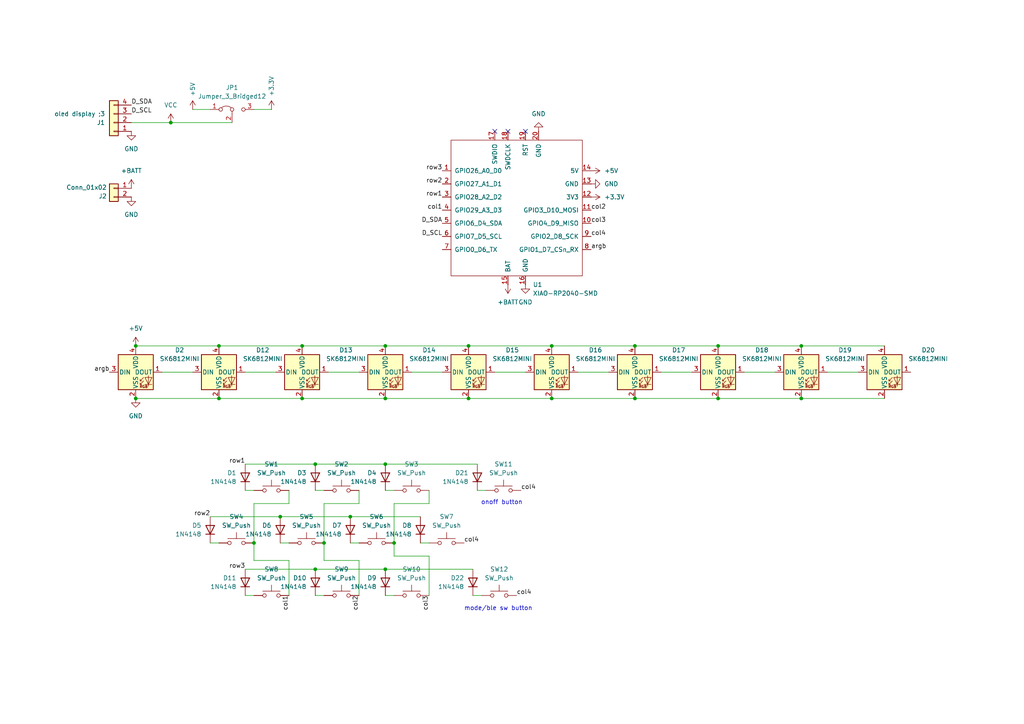
<source format=kicad_sch>
(kicad_sch (version 20250114) (generator "eeschema") (generator_version "9.0")
  (paper "A4")
  (lib_symbols
    (symbol "Connector_Generic:Conn_01x02" (pin_names (offset 1.016) (hide yes))
      (property "Reference" "J" (at 0 2.54 0))
      (property "Value" "Conn_01x02" (at 0 -5.08 0))
      (symbol "Conn_01x02_1_1"
        (rectangle (start -1.27 1.27) (end 1.27 -3.81) (stroke (width 0.254)) (fill (type background)))
        (rectangle (start -1.27 0.127) (end 0 -0.127) (stroke (width 0.1524)))
        (rectangle (start -1.27 -2.413) (end 0 -2.667) (stroke (width 0.1524)))
        (pin passive line (at -5.08 0 0) (length 3.81) (name "Pin_1") (number "1"))
        (pin passive line (at -5.08 -2.54 0) (length 3.81) (name "Pin_2") (number "2"))
      )
    )
    (symbol "Connector_Generic:Conn_01x04" (pin_names (offset 1.016) (hide yes))
      (property "Reference" "J" (at 0 5.08 0))
      (property "Value" "Conn_01x04" (at 0 -7.62 0))
      (symbol "Conn_01x04_1_1"
        (rectangle (start -1.27 3.81) (end 1.27 -6.35) (stroke (width 0.254)) (fill (type background)))
        (rectangle (start -1.27 2.667) (end 0 2.413) (stroke (width 0.1524)))
        (rectangle (start -1.27 0.127) (end 0 -0.127) (stroke (width 0.1524)))
        (rectangle (start -1.27 -2.413) (end 0 -2.667) (stroke (width 0.1524)))
        (rectangle (start -1.27 -4.953) (end 0 -5.207) (stroke (width 0.1524)))
        (pin passive line (at -5.08 2.54 0) (length 3.81) (name "Pin_1") (number "1"))
        (pin passive line (at -5.08 0 0) (length 3.81) (name "Pin_2") (number "2"))
        (pin passive line (at -5.08 -2.54 0) (length 3.81) (name "Pin_3") (number "3"))
        (pin passive line (at -5.08 -5.08 0) (length 3.81) (name "Pin_4") (number "4"))
      )
    )
    (symbol "Diode:1N4148" (pin_numbers (hide yes)) (pin_names (hide yes))
      (property "Reference" "D" (at 0 2.54 0))
      (property "Value" "1N4148" (at 0 -2.54 0))
      (symbol "1N4148_0_1"
        (polyline (pts (xy -1.27 1.27) (xy -1.27 -1.27)) (stroke (width 0.254)))
        (polyline (pts (xy 1.27 1.27) (xy 1.27 -1.27) (xy -1.27 0) (xy 1.27 1.27)) (stroke (width 0.254)))
        (polyline (pts (xy 1.27 0) (xy -1.27 0)))
      )
      (symbol "1N4148_1_1"
        (pin passive line (at -3.81 0 0) (length 2.54) (name "K") (number "1"))
        (pin passive line (at 3.81 0 180) (length 2.54) (name "A") (number "2"))
      )
    )
    (symbol "Jumper:Jumper_3_Bridged12" (pin_names (offset 0) (hide yes)) (in_bom no)
      (property "Reference" "JP" (at -2.54 -2.54 0))
      (property "Value" "Jumper_3_Bridged12" (at 0 2.794 0))
      (symbol "Jumper_3_Bridged12_0_0"
        (circle (center -3.302 0) (radius 0.508))
        (circle (center 0 0) (radius 0.508))
        (circle (center 3.302 0) (radius 0.508))
      )
      (symbol "Jumper_3_Bridged12_0_1"
        (arc (start -3.048 0.508) (mid -1.651 0.9912) (end -0.254 0.508))
        (polyline (pts (xy 0 -1.27) (xy 0 -0.508)))
      )
      (symbol "Jumper_3_Bridged12_1_1"
        (pin passive line (at -6.35 0 0) (length 2.54) (name "A") (number "1"))
        (pin passive line (at 0 -3.81 90) (length 2.54) (name "C") (number "2"))
        (pin passive line (at 6.35 0 180) (length 2.54) (name "B") (number "3"))
      )
    )
    (symbol "LED:SK6812MINI" (pin_names (offset 0.254))
      (property "Reference" "D" (at 5.08 5.715 0))
      (property "Value" "SK6812MINI" (at 1.27 -5.715 0))
      (symbol "SK6812MINI_0_0"
        (text "RGB" (at 2.286 -4.191 0) (effects (font (size 0.762 0.762))))
      )
      (symbol "SK6812MINI_0_1"
        (polyline (pts (xy 1.27 -2.54) (xy 1.778 -2.54)))
        (polyline (pts (xy 1.27 -3.556) (xy 1.778 -3.556)))
        (polyline (pts (xy 2.286 -1.524) (xy 1.27 -2.54) (xy 1.27 -2.032)))
        (polyline (pts (xy 2.286 -2.54) (xy 1.27 -3.556) (xy 1.27 -3.048)))
        (polyline (pts (xy 3.683 -1.016) (xy 3.683 -3.556) (xy 3.683 -4.064)))
        (polyline (pts (xy 4.699 -1.524) (xy 2.667 -1.524) (xy 3.683 -3.556) (xy 4.699 -1.524)))
        (polyline (pts (xy 4.699 -3.556) (xy 2.667 -3.556)))
        (rectangle (start 5.08 5.08) (end -5.08 -5.08) (stroke (width 0.254)) (fill (type background)))
      )
      (symbol "SK6812MINI_1_1"
        (pin input line (at -7.62 0 0) (length 2.54) (name "DIN") (number "3"))
        (pin power_in line (at 0 7.62 270) (length 2.54) (name "VDD") (number "4"))
        (pin power_in line (at 0 -7.62 90) (length 2.54) (name "VSS") (number "2"))
        (pin output line (at 7.62 0 180) (length 2.54) (name "DOUT") (number "1"))
      )
    )
    (symbol "Seeed_Studio_XIAO_Series:XIAO-RP2040-SMD" (pin_names (offset 1.016))
      (property "Reference" "U" (at -18.542 23.114 0))
      (property "Value" "XIAO-RP2040-SMD" (at -8.382 21.336 0))
      (symbol "XIAO-RP2040-SMD_0_1"
        (rectangle (start 19.05 -19.05) (end -19.05 20.32))
      )
      (symbol "XIAO-RP2040-SMD_1_1"
        (pin passive line (at -21.59 11.43 0) (length 2.54) (name "GPIO26_A0_D0") (number "1"))
        (pin passive line (at -21.59 7.62 0) (length 2.54) (name "GPIO27_A1_D1") (number "2"))
        (pin passive line (at -21.59 3.81 0) (length 2.54) (name "GPIO28_A2_D2") (number "3"))
        (pin passive line (at -21.59 0 0) (length 2.54) (name "GPIO29_A3_D3") (number "4"))
        (pin passive line (at -21.59 -3.81 0) (length 2.54) (name "GPIO6_D4_SDA") (number "5"))
        (pin passive line (at -21.59 -7.62 0) (length 2.54) (name "GPIO7_D5_SCL") (number "6"))
        (pin passive line (at -21.59 -11.43 0) (length 2.54) (name "GPIO0_D6_TX") (number "7"))
        (pin passive line (at -6.35 22.86 270) (length 2.54) (name "SWDIO") (number "17"))
        (pin passive line (at -2.54 22.86 270) (length 2.54) (name "SWDCLK") (number "18"))
        (pin passive line (at -2.54 -21.59 90) (length 2.54) (name "BAT") (number "15"))
        (pin passive line (at 2.54 22.86 270) (length 2.54) (name "RST") (number "19"))
        (pin passive line (at 2.54 -21.59 90) (length 2.54) (name "GND") (number "16"))
        (pin passive line (at 6.35 22.86 270) (length 2.54) (name "GND") (number "20"))
        (pin passive line (at 21.59 11.43 180) (length 2.54) (name "5V") (number "14"))
        (pin passive line (at 21.59 7.62 180) (length 2.54) (name "GND") (number "13"))
        (pin passive line (at 21.59 3.81 180) (length 2.54) (name "3V3") (number "12"))
        (pin passive line (at 21.59 0 180) (length 2.54) (name "GPIO3_D10_MOSI") (number "11"))
        (pin passive line (at 21.59 -3.81 180) (length 2.54) (name "GPIO4_D9_MISO") (number "10"))
        (pin passive line (at 21.59 -7.62 180) (length 2.54) (name "GPIO2_D8_SCK") (number "9"))
        (pin passive line (at 21.59 -11.43 180) (length 2.54) (name "GPIO1_D7_CSn_RX") (number "8"))
      )
    )
    (symbol "Switch:SW_Push" (pin_numbers (hide yes)) (pin_names (offset 1.016) (hide yes))
      (property "Reference" "SW" (at 1.27 2.54 0))
      (property "Value" "SW_Push" (at 0 -1.524 0))
      (symbol "SW_Push_0_1"
        (circle (center -2.032 0) (radius 0.508))
        (polyline (pts (xy 0 1.27) (xy 0 3.048)))
        (circle (center 2.032 0) (radius 0.508))
        (polyline (pts (xy 2.54 1.27) (xy -2.54 1.27)))
        (pin passive line (at -5.08 0 0) (length 2.54) (name "1") (number "1"))
        (pin passive line (at 5.08 0 180) (length 2.54) (name "2") (number "2"))
      )
    )
    (symbol "power:+3.3V" (power) (pin_numbers (hide yes)) (pin_names (offset 0) (hide yes))
      (property "Value" "+3.3V" (at 0 3.556 0))
      (symbol "+3.3V_0_1"
        (polyline (pts (xy -0.762 1.27) (xy 0 2.54)))
        (polyline (pts (xy 0 2.54) (xy 0.762 1.27)))
        (polyline (pts (xy 0 0) (xy 0 2.54)))
      )
      (symbol "+3.3V_1_1"
        (pin power_in line (at 0 0 90) (length 0) (name "~") (number "1"))
      )
    )
    (symbol "power:+5V" (power) (pin_numbers (hide yes)) (pin_names (offset 0) (hide yes))
      (property "Value" "+5V" (at 0 3.556 0))
      (symbol "+5V_0_1"
        (polyline (pts (xy -0.762 1.27) (xy 0 2.54)))
        (polyline (pts (xy 0 2.54) (xy 0.762 1.27)))
        (polyline (pts (xy 0 0) (xy 0 2.54)))
      )
      (symbol "+5V_1_1"
        (pin power_in line (at 0 0 90) (length 0) (name "~") (number "1"))
      )
    )
    (symbol "power:+BATT" (power) (pin_numbers (hide yes)) (pin_names (offset 0) (hide yes))
      (property "Value" "+BATT" (at 0 3.556 0))
      (symbol "+BATT_0_1"
        (polyline (pts (xy -0.762 1.27) (xy 0 2.54)))
        (polyline (pts (xy 0 2.54) (xy 0.762 1.27)))
        (polyline (pts (xy 0 0) (xy 0 2.54)))
      )
      (symbol "+BATT_1_1"
        (pin power_in line (at 0 0 90) (length 0) (name "~") (number "1"))
      )
    )
    (symbol "power:GND" (power) (pin_numbers (hide yes)) (pin_names (offset 0) (hide yes))
      (property "Value" "GND" (at 0 -3.81 0))
      (symbol "GND_0_1"
        (polyline (pts (xy 0 0) (xy 0 -1.27) (xy 1.27 -1.27) (xy 0 -2.54) (xy -1.27 -1.27) (xy 0 -1.27)))
      )
      (symbol "GND_1_1"
        (pin power_in line (at 0 0 270) (length 0) (name "~") (number "1"))
      )
    )
    (symbol "power:VCC" (power) (pin_numbers (hide yes)) (pin_names (offset 0) (hide yes))
      (property "Value" "VCC" (at 0 3.556 0))
      (symbol "VCC_0_1"
        (polyline (pts (xy -0.762 1.27) (xy 0 2.54)))
        (polyline (pts (xy 0 2.54) (xy 0.762 1.27)))
        (polyline (pts (xy 0 0) (xy 0 2.54)))
      )
      (symbol "VCC_1_1"
        (pin power_in line (at 0 0 90) (length 0) (name "~") (number "1"))
      )
    )
  )
  (text "onoff button\n" (at 145.542 145.796 0) (effects (font (size 1.27 1.27))))
  (text "mode/ble sw button\n" (at 144.526 176.53 0) (effects (font (size 1.27 1.27))))
  (junction (at 91.44 165.1))
  (junction (at 93.98 157.48))
  (junction (at 63.5 100.33))
  (junction (at 39.37 100.33))
  (junction (at 91.44 134.62))
  (junction (at 232.41 115.57))
  (junction (at 111.76 100.33))
  (junction (at 135.89 100.33))
  (junction (at 111.76 115.57))
  (junction (at 39.37 115.57))
  (junction (at 49.53 35.56))
  (junction (at 87.63 100.33))
  (junction (at 87.63 115.57))
  (junction (at 101.6 149.86))
  (junction (at 184.15 100.33))
  (junction (at 232.41 100.33))
  (junction (at 111.76 165.1))
  (junction (at 208.28 115.57))
  (junction (at 208.28 100.33))
  (junction (at 81.28 149.86))
  (junction (at 184.15 115.57))
  (junction (at 73.66 157.48))
  (junction (at 114.3 157.48))
  (junction (at 160.02 100.33))
  (junction (at 63.5 115.57))
  (junction (at 160.02 115.57))
  (junction (at 135.89 115.57))
  (junction (at 111.76 134.62))
  (no_connect (at 152.4 38.1))
  (no_connect (at 143.51 38.1))
  (no_connect (at 147.32 38.1))
  (wire (pts (xy 83.82 162.56) (xy 83.82 172.72)))
  (wire (pts (xy 152.4 107.95) (xy 143.51 107.95)))
  (wire (pts (xy 83.82 142.24) (xy 83.82 146.05)))
  (wire (pts (xy 81.28 149.86) (xy 101.6 149.86)))
  (wire (pts (xy 71.12 165.1) (xy 91.44 165.1)))
  (wire (pts (xy 104.14 146.05) (xy 93.98 146.05)))
  (wire (pts (xy 93.98 157.48) (xy 93.98 162.56)))
  (wire (pts (xy 73.66 146.05) (xy 73.66 157.48)))
  (wire (pts (xy 114.3 146.05) (xy 114.3 157.48)))
  (wire (pts (xy 91.44 172.72) (xy 93.98 172.72)))
  (wire (pts (xy 184.15 100.33) (xy 208.28 100.33)))
  (wire (pts (xy 101.6 149.86) (xy 121.92 149.86)))
  (wire (pts (xy 71.12 172.72) (xy 73.66 172.72)))
  (wire (pts (xy 121.92 157.48) (xy 124.46 157.48)))
  (wire (pts (xy 80.01 107.95) (xy 71.12 107.95)))
  (wire (pts (xy 73.66 157.48) (xy 73.66 162.56)))
  (wire (pts (xy 232.41 115.57) (xy 256.54 115.57)))
  (wire (pts (xy 124.46 146.05) (xy 114.3 146.05)))
  (wire (pts (xy 111.76 115.57) (xy 135.89 115.57)))
  (wire (pts (xy 224.79 107.95) (xy 215.9 107.95)))
  (wire (pts (xy 160.02 100.33) (xy 184.15 100.33)))
  (wire (pts (xy 114.3 161.29) (xy 114.3 157.48)))
  (wire (pts (xy 78.74 31.75) (xy 73.66 31.75)))
  (wire (pts (xy 232.41 100.33) (xy 256.54 100.33)))
  (wire (pts (xy 73.66 162.56) (xy 83.82 162.56)))
  (wire (pts (xy 63.5 100.33) (xy 87.63 100.33)))
  (wire (pts (xy 248.92 107.95) (xy 240.03 107.95)))
  (wire (pts (xy 91.44 142.24) (xy 93.98 142.24)))
  (wire (pts (xy 93.98 146.05) (xy 93.98 157.48)))
  (wire (pts (xy 104.14 107.95) (xy 95.25 107.95)))
  (wire (pts (xy 111.76 172.72) (xy 114.3 172.72)))
  (wire (pts (xy 176.53 107.95) (xy 167.64 107.95)))
  (wire (pts (xy 55.88 107.95) (xy 46.99 107.95)))
  (wire (pts (xy 160.02 115.57) (xy 184.15 115.57)))
  (wire (pts (xy 135.89 100.33) (xy 160.02 100.33)))
  (wire (pts (xy 128.27 107.95) (xy 119.38 107.95)))
  (wire (pts (xy 71.12 142.24) (xy 73.66 142.24)))
  (wire (pts (xy 91.44 134.62) (xy 111.76 134.62)))
  (wire (pts (xy 101.6 157.48) (xy 104.14 157.48)))
  (wire (pts (xy 60.96 149.86) (xy 81.28 149.86)))
  (wire (pts (xy 111.76 142.24) (xy 114.3 142.24)))
  (wire (pts (xy 39.37 100.33) (xy 63.5 100.33)))
  (wire (pts (xy 124.46 161.29) (xy 114.3 161.29)))
  (wire (pts (xy 55.88 31.75) (xy 60.96 31.75)))
  (wire (pts (xy 83.82 146.05) (xy 73.66 146.05)))
  (wire (pts (xy 208.28 100.33) (xy 232.41 100.33)))
  (wire (pts (xy 71.12 134.62) (xy 91.44 134.62)))
  (wire (pts (xy 135.89 115.57) (xy 160.02 115.57)))
  (wire (pts (xy 137.16 172.72) (xy 139.7 172.72)))
  (wire (pts (xy 208.28 115.57) (xy 232.41 115.57)))
  (wire (pts (xy 111.76 100.33) (xy 135.89 100.33)))
  (wire (pts (xy 184.15 115.57) (xy 208.28 115.57)))
  (wire (pts (xy 87.63 100.33) (xy 111.76 100.33)))
  (wire (pts (xy 38.1 35.56) (xy 49.53 35.56)))
  (wire (pts (xy 87.63 115.57) (xy 111.76 115.57)))
  (wire (pts (xy 124.46 172.72) (xy 124.46 161.29)))
  (wire (pts (xy 60.96 157.48) (xy 63.5 157.48)))
  (wire (pts (xy 49.53 35.56) (xy 67.31 35.56)))
  (wire (pts (xy 104.14 142.24) (xy 104.14 146.05)))
  (wire (pts (xy 104.14 162.56) (xy 93.98 162.56)))
  (wire (pts (xy 111.76 165.1) (xy 137.16 165.1)))
  (wire (pts (xy 39.37 115.57) (xy 63.5 115.57)))
  (wire (pts (xy 124.46 142.24) (xy 124.46 146.05)))
  (wire (pts (xy 200.66 107.95) (xy 191.77 107.95)))
  (wire (pts (xy 138.43 142.24) (xy 140.97 142.24)))
  (wire (pts (xy 111.76 134.62) (xy 138.43 134.62)))
  (wire (pts (xy 91.44 165.1) (xy 111.76 165.1)))
  (wire (pts (xy 63.5 115.57) (xy 87.63 115.57)))
  (wire (pts (xy 104.14 172.72) (xy 104.14 162.56)))
  (wire (pts (xy 81.28 157.48) (xy 83.82 157.48)))
  (label "argb" (at 31.75 107.95 180))
  (label "col3" (at 171.45 64.77 0))
  (label "row3" (at 128.27 49.53 180))
  (label "col4" (at 149.86 172.72 0))
  (label "D_SCL" (at 38.1 33.02 0))
  (label "argb" (at 171.45 72.39 0))
  (label "col1" (at 83.82 172.72 270))
  (label "row1" (at 71.12 134.62 180))
  (label "col2" (at 171.45 60.96 0))
  (label "col2" (at 104.14 172.72 270))
  (label "D_SDA" (at 128.27 64.77 180))
  (label "D_SDA" (at 38.1 30.48 0))
  (label "col4" (at 151.13 142.24 0))
  (label "col4" (at 171.45 68.58 0))
  (label "row1" (at 128.27 57.15 180))
  (label "col1" (at 128.27 60.96 180))
  (label "col3" (at 124.46 172.72 270))
  (label "row3" (at 71.12 165.1 180))
  (label "row2" (at 60.96 149.86 180))
  (label "col4" (at 134.62 157.48 0))
  (label "D_SCL" (at 128.27 68.58 180))
  (label "row2" (at 128.27 53.34 180))
  (symbol (lib_id "power:GND") (at 171.45 53.34 90) (mirror x) (unit 1)
    (property "Reference" "#PWR06" (effects (hide yes)))
    (property "Value" "GND" (at 175.26 53.3399 90) (effects (justify right)))
    (property "Description" "Power symbol creates a global label with name \"GND\" , ground" (effects (hide yes)))
  )
  (symbol (lib_id "LED:SK6812MINI") (at 160.02 107.95 0) (unit 1)
    (property "Reference" "D16" (at 172.72 101.5298 0))
    (property "Value" "SK6812MINI" (at 172.72 104.0698 0))
    (property "Footprint" "lib:MX_SK6812MINI-E" (effects (hide yes)))
    (property "Datasheet" "https://cdn-shop.adafruit.com/product-files/2686/SK6812MINI_REV.01-1-2.pdf" (effects (hide yes)))
    (property "Description" "RGB LED with integrated controller" (effects (hide yes)))
  )
  (symbol (lib_id "LED:SK6812MINI") (at 256.54 107.95 0) (unit 1)
    (property "Reference" "D20" (at 269.24 101.5298 0))
    (property "Value" "SK6812MINI" (at 269.24 104.0698 0))
    (property "Footprint" "lib:MX_SK6812MINI-E" (effects (hide yes)))
    (property "Datasheet" "https://cdn-shop.adafruit.com/product-files/2686/SK6812MINI_REV.01-1-2.pdf" (effects (hide yes)))
    (property "Description" "RGB LED with integrated controller" (effects (hide yes)))
  )
  (symbol (lib_id "Switch:SW_Push") (at 99.06 172.72 0) (unit 1)
    (property "Reference" "SW9" (at 99.06 165.1 0))
    (property "Value" "SW_Push" (at 99.06 167.64 0))
    (property "Footprint" "CherryMX:CherryMX_1.00u" (effects (hide yes)))
    (property "Description" "Push button switch, generic, two pins" (effects (hide yes)))
  )
  (symbol (lib_id "power:GND") (at 39.37 115.57 0) (mirror y) (unit 1)
    (property "Reference" "#PWR08" (effects (hide yes)))
    (property "Value" "GND" (at 39.37 120.65 0))
    (property "Description" "Power symbol creates a global label with name \"GND\" , ground" (effects (hide yes)))
  )
  (symbol (lib_id "Diode:1N4148") (at 91.44 138.43 270) (mirror x) (unit 1)
    (property "Reference" "D3" (at 88.9 137.1599 90) (effects (justify right)))
    (property "Value" "1N4148" (at 88.9 139.6999 90) (effects (justify right)))
    (property "Footprint" "Diode_THT:D_DO-35_SOD27_P7.62mm_Horizontal" (effects (hide yes)))
    (property "Datasheet" "https://assets.nexperia.com/documents/data-sheet/1N4148_1N4448.pdf" (effects (hide yes)))
    (property "Description" "100V 0.15A standard switching diode, DO-35" (effects (hide yes)))
    (property "Sim.Device" "D" (effects (hide yes)))
    (property "Sim.Pins" "1=K 2=A" (effects (hide yes)))
  )
  (symbol (lib_id "power:+3.3V") (at 78.74 31.75 0) (unit 1)
    (property "Reference" "#PWR012" (effects (hide yes)))
    (property "Value" "+3.3V" (at 78.7399 27.94 90) (effects (justify left)))
    (property "Description" "Power symbol creates a global label with name \"+3.3V\"" (effects (hide yes)))
  )
  (symbol (lib_id "Seeed_Studio_XIAO_Series:XIAO-RP2040-SMD") (at 149.86 60.96 0) (unit 1)
    (property "Reference" "U1" (at 154.5433 82.55 0) (effects (justify left)))
    (property "Value" "XIAO-RP2040-SMD" (at 154.5433 85.09 0) (effects (justify left)))
    (property "Footprint" "lib:XIAO-RP2040-SMD" (effects (hide yes)))
  )
  (symbol (lib_id "Diode:1N4148") (at 71.12 138.43 270) (mirror x) (unit 1)
    (property "Reference" "D1" (at 68.58 137.1599 90) (effects (justify right)))
    (property "Value" "1N4148" (at 68.58 139.6999 90) (effects (justify right)))
    (property "Footprint" "Diode_THT:D_DO-35_SOD27_P7.62mm_Horizontal" (effects (hide yes)))
    (property "Datasheet" "https://assets.nexperia.com/documents/data-sheet/1N4148_1N4448.pdf" (effects (hide yes)))
    (property "Description" "100V 0.15A standard switching diode, DO-35" (effects (hide yes)))
    (property "Sim.Device" "D" (effects (hide yes)))
    (property "Sim.Pins" "1=K 2=A" (effects (hide yes)))
  )
  (symbol (lib_id "Diode:1N4148") (at 60.96 153.67 270) (mirror x) (unit 1)
    (property "Reference" "D5" (at 58.42 152.3999 90) (effects (justify right)))
    (property "Value" "1N4148" (at 58.42 154.9399 90) (effects (justify right)))
    (property "Footprint" "Diode_THT:D_DO-35_SOD27_P7.62mm_Horizontal" (effects (hide yes)))
    (property "Datasheet" "https://assets.nexperia.com/documents/data-sheet/1N4148_1N4448.pdf" (effects (hide yes)))
    (property "Description" "100V 0.15A standard switching diode, DO-35" (effects (hide yes)))
    (property "Sim.Device" "D" (effects (hide yes)))
    (property "Sim.Pins" "1=K 2=A" (effects (hide yes)))
  )
  (symbol (lib_id "power:+5V") (at 55.88 31.75 0) (unit 1)
    (property "Reference" "#PWR011" (effects (hide yes)))
    (property "Value" "+5V" (at 55.8799 27.94 90) (effects (justify left)))
    (property "Description" "Power symbol creates a global label with name \"+5V\"" (effects (hide yes)))
  )
  (symbol (lib_id "Switch:SW_Push") (at 109.22 157.48 0) (unit 1)
    (property "Reference" "SW6" (at 109.22 149.86 0))
    (property "Value" "SW_Push" (at 109.22 152.4 0))
    (property "Footprint" "CherryMX:CherryMX_1.00u" (effects (hide yes)))
    (property "Description" "Push button switch, generic, two pins" (effects (hide yes)))
  )
  (symbol (lib_id "Diode:1N4148") (at 81.28 153.67 270) (mirror x) (unit 1)
    (property "Reference" "D6" (at 78.74 152.3999 90) (effects (justify right)))
    (property "Value" "1N4148" (at 78.74 154.9399 90) (effects (justify right)))
    (property "Footprint" "Diode_THT:D_DO-35_SOD27_P7.62mm_Horizontal" (effects (hide yes)))
    (property "Datasheet" "https://assets.nexperia.com/documents/data-sheet/1N4148_1N4448.pdf" (effects (hide yes)))
    (property "Description" "100V 0.15A standard switching diode, DO-35" (effects (hide yes)))
    (property "Sim.Device" "D" (effects (hide yes)))
    (property "Sim.Pins" "1=K 2=A" (effects (hide yes)))
  )
  (symbol (lib_id "Switch:SW_Push") (at 88.9 157.48 0) (unit 1)
    (property "Reference" "SW5" (at 88.9 149.86 0))
    (property "Value" "SW_Push" (at 88.9 152.4 0))
    (property "Footprint" "CherryMX:CherryMX_1.00u" (effects (hide yes)))
    (property "Description" "Push button switch, generic, two pins" (effects (hide yes)))
  )
  (symbol (lib_id "Diode:1N4148") (at 71.12 168.91 270) (mirror x) (unit 1)
    (property "Reference" "D11" (at 68.58 167.6399 90) (effects (justify right)))
    (property "Value" "1N4148" (at 68.58 170.1799 90) (effects (justify right)))
    (property "Footprint" "Diode_THT:D_DO-35_SOD27_P7.62mm_Horizontal" (effects (hide yes)))
    (property "Datasheet" "https://assets.nexperia.com/documents/data-sheet/1N4148_1N4448.pdf" (effects (hide yes)))
    (property "Description" "100V 0.15A standard switching diode, DO-35" (effects (hide yes)))
    (property "Sim.Device" "D" (effects (hide yes)))
    (property "Sim.Pins" "1=K 2=A" (effects (hide yes)))
  )
  (symbol (lib_id "Switch:SW_Push") (at 78.74 172.72 0) (unit 1)
    (property "Reference" "SW8" (at 78.74 165.1 0))
    (property "Value" "SW_Push" (at 78.74 167.64 0))
    (property "Footprint" "CherryMX:CherryMX_1.00u" (effects (hide yes)))
    (property "Description" "Push button switch, generic, two pins" (effects (hide yes)))
  )
  (symbol (lib_id "Diode:1N4148") (at 121.92 153.67 270) (mirror x) (unit 1)
    (property "Reference" "D8" (at 119.38 152.3999 90) (effects (justify right)))
    (property "Value" "1N4148" (at 119.38 154.9399 90) (effects (justify right)))
    (property "Footprint" "Diode_THT:D_DO-35_SOD27_P7.62mm_Horizontal" (effects (hide yes)))
    (property "Datasheet" "https://assets.nexperia.com/documents/data-sheet/1N4148_1N4448.pdf" (effects (hide yes)))
    (property "Description" "100V 0.15A standard switching diode, DO-35" (effects (hide yes)))
    (property "Sim.Device" "D" (effects (hide yes)))
    (property "Sim.Pins" "1=K 2=A" (effects (hide yes)))
  )
  (symbol (lib_id "power:GND") (at 38.1 57.15 0) (unit 1)
    (property "Reference" "#PWR014" (effects (hide yes)))
    (property "Value" "GND" (at 38.1 62.23 0))
    (property "Description" "Power symbol creates a global label with name \"GND\" , ground" (effects (hide yes)))
  )
  (symbol (lib_id "Connector_Generic:Conn_01x02") (at 33.02 54.61 0) (mirror y) (unit 1)
    (property "Reference" "J2" (at 30.988 56.896 0) (effects (justify left)))
    (property "Value" "Conn_01x02" (at 30.988 54.356 0) (effects (justify left)))
    (property "Footprint" "Connector_PinHeader_2.54mm:PinHeader_1x02_P2.54mm_Vertical" (effects (hide yes)))
    (property "Description" "Generic connector, single row, 01x02, script generated (kicad-library-utils/schlib/autogen/connector/)" (effects (hide yes)))
  )
  (symbol (lib_id "Diode:1N4148") (at 138.43 138.43 270) (mirror x) (unit 1)
    (property "Reference" "D21" (at 135.89 137.1599 90) (effects (justify right)))
    (property "Value" "1N4148" (at 135.89 139.6999 90) (effects (justify right)))
    (property "Footprint" "Diode_THT:D_DO-35_SOD27_P7.62mm_Horizontal" (effects (hide yes)))
    (property "Datasheet" "https://assets.nexperia.com/documents/data-sheet/1N4148_1N4448.pdf" (effects (hide yes)))
    (property "Description" "100V 0.15A standard switching diode, DO-35" (effects (hide yes)))
    (property "Sim.Device" "D" (effects (hide yes)))
    (property "Sim.Pins" "1=K 2=A" (effects (hide yes)))
  )
  (symbol (lib_id "Diode:1N4148") (at 111.76 138.43 270) (mirror x) (unit 1)
    (property "Reference" "D4" (at 109.22 137.1599 90) (effects (justify right)))
    (property "Value" "1N4148" (at 109.22 139.6999 90) (effects (justify right)))
    (property "Footprint" "Diode_THT:D_DO-35_SOD27_P7.62mm_Horizontal" (effects (hide yes)))
    (property "Datasheet" "https://assets.nexperia.com/documents/data-sheet/1N4148_1N4448.pdf" (effects (hide yes)))
    (property "Description" "100V 0.15A standard switching diode, DO-35" (effects (hide yes)))
    (property "Sim.Device" "D" (effects (hide yes)))
    (property "Sim.Pins" "1=K 2=A" (effects (hide yes)))
  )
  (symbol (lib_id "Diode:1N4148") (at 111.76 168.91 270) (mirror x) (unit 1)
    (property "Reference" "D9" (at 109.22 167.6399 90) (effects (justify right)))
    (property "Value" "1N4148" (at 109.22 170.1799 90) (effects (justify right)))
    (property "Footprint" "Diode_THT:D_DO-35_SOD27_P7.62mm_Horizontal" (effects (hide yes)))
    (property "Datasheet" "https://assets.nexperia.com/documents/data-sheet/1N4148_1N4448.pdf" (effects (hide yes)))
    (property "Description" "100V 0.15A standard switching diode, DO-35" (effects (hide yes)))
    (property "Sim.Device" "D" (effects (hide yes)))
    (property "Sim.Pins" "1=K 2=A" (effects (hide yes)))
  )
  (symbol (lib_id "Switch:SW_Push") (at 68.58 157.48 0) (unit 1)
    (property "Reference" "SW4" (at 68.58 149.86 0))
    (property "Value" "SW_Push" (at 68.58 152.4 0))
    (property "Footprint" "CherryMX:CherryMX_1.00u" (effects (hide yes)))
    (property "Description" "Push button switch, generic, two pins" (effects (hide yes)))
  )
  (symbol (lib_id "Diode:1N4148") (at 137.16 168.91 270) (mirror x) (unit 1)
    (property "Reference" "D22" (at 134.62 167.6399 90) (effects (justify right)))
    (property "Value" "1N4148" (at 134.62 170.1799 90) (effects (justify right)))
    (property "Footprint" "Diode_THT:D_DO-35_SOD27_P7.62mm_Horizontal" (effects (hide yes)))
    (property "Datasheet" "https://assets.nexperia.com/documents/data-sheet/1N4148_1N4448.pdf" (effects (hide yes)))
    (property "Description" "100V 0.15A standard switching diode, DO-35" (effects (hide yes)))
    (property "Sim.Device" "D" (effects (hide yes)))
    (property "Sim.Pins" "1=K 2=A" (effects (hide yes)))
  )
  (symbol (lib_id "power:+BATT") (at 38.1 54.61 0) (mirror y) (unit 1)
    (property "Reference" "#PWR013" (effects (hide yes)))
    (property "Value" "+BATT" (at 38.1 49.53 0))
    (property "Description" "Power symbol creates a global label with name \"+BATT\"" (effects (hide yes)))
  )
  (symbol (lib_id "Switch:SW_Push") (at 78.74 142.24 0) (unit 1)
    (property "Reference" "SW1" (at 78.74 134.62 0))
    (property "Value" "SW_Push" (at 78.74 137.16 0))
    (property "Footprint" "CherryMX:CherryMX_1.00u" (effects (hide yes)))
    (property "Description" "Push button switch, generic, two pins" (effects (hide yes)))
  )
  (symbol (lib_id "LED:SK6812MINI") (at 135.89 107.95 0) (unit 1)
    (property "Reference" "D15" (at 148.59 101.5298 0))
    (property "Value" "SK6812MINI" (at 148.59 104.0698 0))
    (property "Footprint" "lib:MX_SK6812MINI-E" (effects (hide yes)))
    (property "Datasheet" "https://cdn-shop.adafruit.com/product-files/2686/SK6812MINI_REV.01-1-2.pdf" (effects (hide yes)))
    (property "Description" "RGB LED with integrated controller" (effects (hide yes)))
  )
  (symbol (lib_id "LED:SK6812MINI") (at 232.41 107.95 0) (unit 1)
    (property "Reference" "D19" (at 245.11 101.5298 0))
    (property "Value" "SK6812MINI" (at 245.11 104.0698 0))
    (property "Footprint" "lib:MX_SK6812MINI-E" (effects (hide yes)))
    (property "Datasheet" "https://cdn-shop.adafruit.com/product-files/2686/SK6812MINI_REV.01-1-2.pdf" (effects (hide yes)))
    (property "Description" "RGB LED with integrated controller" (effects (hide yes)))
  )
  (symbol (lib_id "Switch:SW_Push") (at 129.54 157.48 0) (unit 1)
    (property "Reference" "SW7" (at 129.54 149.86 0))
    (property "Value" "SW_Push" (at 129.54 152.4 0))
    (property "Footprint" "CherryMX:CherryMX_1.00u" (effects (hide yes)))
    (property "Description" "Push button switch, generic, two pins" (effects (hide yes)))
  )
  (symbol (lib_id "power:+5V") (at 171.45 49.53 270) (unit 1)
    (property "Reference" "#PWR04" (effects (hide yes)))
    (property "Value" "+5V" (at 175.26 49.5299 90) (effects (justify left)))
    (property "Description" "Power symbol creates a global label with name \"+5V\"" (effects (hide yes)))
  )
  (symbol (lib_id "power:GND") (at 156.21 38.1 180) (unit 1)
    (property "Reference" "#PWR010" (effects (hide yes)))
    (property "Value" "GND" (at 156.21 33.02 0))
    (property "Description" "Power symbol creates a global label with name \"GND\" , ground" (effects (hide yes)))
  )
  (symbol (lib_id "power:+5V") (at 39.37 100.33 0) (unit 1)
    (property "Reference" "#PWR07" (effects (hide yes)))
    (property "Value" "+5V" (at 39.37 95.25 0))
    (property "Description" "Power symbol creates a global label with name \"+5V\"" (effects (hide yes)))
  )
  (symbol (lib_id "LED:SK6812MINI") (at 63.5 107.95 0) (unit 1)
    (property "Reference" "D12" (at 76.2 101.5298 0))
    (property "Value" "SK6812MINI" (at 76.2 104.0698 0))
    (property "Footprint" "lib:MX_SK6812MINI-E" (effects (hide yes)))
    (property "Datasheet" "https://cdn-shop.adafruit.com/product-files/2686/SK6812MINI_REV.01-1-2.pdf" (effects (hide yes)))
    (property "Description" "RGB LED with integrated controller" (effects (hide yes)))
  )
  (symbol (lib_id "LED:SK6812MINI") (at 208.28 107.95 0) (unit 1)
    (property "Reference" "D18" (at 220.98 101.5298 0))
    (property "Value" "SK6812MINI" (at 220.98 104.0698 0))
    (property "Footprint" "lib:MX_SK6812MINI-E" (effects (hide yes)))
    (property "Datasheet" "https://cdn-shop.adafruit.com/product-files/2686/SK6812MINI_REV.01-1-2.pdf" (effects (hide yes)))
    (property "Description" "RGB LED with integrated controller" (effects (hide yes)))
  )
  (symbol (lib_id "Connector_Generic:Conn_01x04") (at 33.02 35.56 180) (unit 1)
    (property "Reference" "J1" (at 30.48 35.5601 0) (effects (justify left)))
    (property "Value" "oled display ;3" (at 30.48 33.0201 0) (effects (justify left)))
    (property "Footprint" "lib:SSD1306_OLED-0.91-128x32" (effects (hide yes)))
    (property "Description" "Generic connector, single row, 01x04, script generated (kicad-library-utils/schlib/autogen/connector/)" (effects (hide yes)))
  )
  (symbol (lib_id "Diode:1N4148") (at 101.6 153.67 270) (mirror x) (unit 1)
    (property "Reference" "D7" (at 99.06 152.3999 90) (effects (justify right)))
    (property "Value" "1N4148" (at 99.06 154.9399 90) (effects (justify right)))
    (property "Footprint" "Diode_THT:D_DO-35_SOD27_P7.62mm_Horizontal" (effects (hide yes)))
    (property "Datasheet" "https://assets.nexperia.com/documents/data-sheet/1N4148_1N4448.pdf" (effects (hide yes)))
    (property "Description" "100V 0.15A standard switching diode, DO-35" (effects (hide yes)))
    (property "Sim.Device" "D" (effects (hide yes)))
    (property "Sim.Pins" "1=K 2=A" (effects (hide yes)))
  )
  (symbol (lib_id "LED:SK6812MINI") (at 39.37 107.95 0) (unit 1)
    (property "Reference" "D2" (at 52.07 101.5298 0))
    (property "Value" "SK6812MINI" (at 52.07 104.0698 0))
    (property "Footprint" "lib:MX_SK6812MINI-E" (effects (hide yes)))
    (property "Datasheet" "https://cdn-shop.adafruit.com/product-files/2686/SK6812MINI_REV.01-1-2.pdf" (effects (hide yes)))
    (property "Description" "RGB LED with integrated controller" (effects (hide yes)))
  )
  (symbol (lib_id "Switch:SW_Push") (at 146.05 142.24 0) (unit 1)
    (property "Reference" "SW11" (at 146.05 134.62 0))
    (property "Value" "SW_Push" (at 146.05 137.16 0))
    (property "Footprint" "Button_Switch_THT:SW_PUSH_6mm" (effects (hide yes)))
    (property "Description" "Push button switch, generic, two pins" (effects (hide yes)))
  )
  (symbol (lib_id "LED:SK6812MINI") (at 111.76 107.95 0) (unit 1)
    (property "Reference" "D14" (at 124.46 101.5298 0))
    (property "Value" "SK6812MINI" (at 124.46 104.0698 0))
    (property "Footprint" "lib:MX_SK6812MINI-E" (effects (hide yes)))
    (property "Datasheet" "https://cdn-shop.adafruit.com/product-files/2686/SK6812MINI_REV.01-1-2.pdf" (effects (hide yes)))
    (property "Description" "RGB LED with integrated controller" (effects (hide yes)))
  )
  (symbol (lib_id "LED:SK6812MINI") (at 87.63 107.95 0) (unit 1)
    (property "Reference" "D13" (at 100.33 101.5298 0))
    (property "Value" "SK6812MINI" (at 100.33 104.0698 0))
    (property "Footprint" "lib:MX_SK6812MINI-E" (effects (hide yes)))
    (property "Datasheet" "https://cdn-shop.adafruit.com/product-files/2686/SK6812MINI_REV.01-1-2.pdf" (effects (hide yes)))
    (property "Description" "RGB LED with integrated controller" (effects (hide yes)))
  )
  (symbol (lib_id "Switch:SW_Push") (at 119.38 172.72 0) (unit 1)
    (property "Reference" "SW10" (at 119.38 165.1 0))
    (property "Value" "SW_Push" (at 119.38 167.64 0))
    (property "Footprint" "CherryMX:CherryMX_1.00u" (effects (hide yes)))
    (property "Description" "Push button switch, generic, two pins" (effects (hide yes)))
  )
  (symbol (lib_id "LED:SK6812MINI") (at 184.15 107.95 0) (unit 1)
    (property "Reference" "D17" (at 196.85 101.5298 0))
    (property "Value" "SK6812MINI" (at 196.85 104.0698 0))
    (property "Footprint" "lib:MX_SK6812MINI-E" (effects (hide yes)))
    (property "Datasheet" "https://cdn-shop.adafruit.com/product-files/2686/SK6812MINI_REV.01-1-2.pdf" (effects (hide yes)))
    (property "Description" "RGB LED with integrated controller" (effects (hide yes)))
  )
  (symbol (lib_id "power:GND") (at 38.1 38.1 0) (mirror y) (unit 1)
    (property "Reference" "#PWR01" (effects (hide yes)))
    (property "Value" "GND" (at 38.1 43.18 0))
    (property "Description" "Power symbol creates a global label with name \"GND\" , ground" (effects (hide yes)))
  )
  (symbol (lib_id "Switch:SW_Push") (at 144.78 172.72 0) (unit 1)
    (property "Reference" "SW12" (at 144.78 165.1 0))
    (property "Value" "SW_Push" (at 144.78 167.64 0))
    (property "Footprint" "Button_Switch_THT:SW_PUSH_6mm" (effects (hide yes)))
    (property "Description" "Push button switch, generic, two pins" (effects (hide yes)))
  )
  (symbol (lib_id "power:+3.3V") (at 171.45 57.15 270) (unit 1)
    (property "Reference" "#PWR05" (effects (hide yes)))
    (property "Value" "+3.3V" (at 175.26 57.1499 90) (effects (justify left)))
    (property "Description" "Power symbol creates a global label with name \"+3.3V\"" (effects (hide yes)))
  )
  (symbol (lib_id "power:VCC") (at 49.53 35.56 0) (mirror y) (unit 1)
    (property "Reference" "#PWR02" (effects (hide yes)))
    (property "Value" "VCC" (at 49.53 30.48 0))
    (property "Description" "Power symbol creates a global label with name \"VCC\"" (effects (hide yes)))
  )
  (symbol (lib_id "Diode:1N4148") (at 91.44 168.91 270) (mirror x) (unit 1)
    (property "Reference" "D10" (at 88.9 167.6399 90) (effects (justify right)))
    (property "Value" "1N4148" (at 88.9 170.1799 90) (effects (justify right)))
    (property "Footprint" "Diode_THT:D_DO-35_SOD27_P7.62mm_Horizontal" (effects (hide yes)))
    (property "Datasheet" "https://assets.nexperia.com/documents/data-sheet/1N4148_1N4448.pdf" (effects (hide yes)))
    (property "Description" "100V 0.15A standard switching diode, DO-35" (effects (hide yes)))
    (property "Sim.Device" "D" (effects (hide yes)))
    (property "Sim.Pins" "1=K 2=A" (effects (hide yes)))
  )
  (symbol (lib_id "Switch:SW_Push") (at 119.38 142.24 0) (unit 1)
    (property "Reference" "SW3" (at 119.38 134.62 0))
    (property "Value" "SW_Push" (at 119.38 137.16 0))
    (property "Footprint" "CherryMX:CherryMX_1.00u" (effects (hide yes)))
    (property "Description" "Push button switch, generic, two pins" (effects (hide yes)))
  )
  (symbol (lib_id "Jumper:Jumper_3_Bridged12") (at 67.31 31.75 0) (unit 1) (in_bom no)
    (property "Reference" "JP1" (at 67.31 25.4 0))
    (property "Value" "Jumper_3_Bridged12" (at 67.31 27.94 0))
    (property "Footprint" "Jumper:SolderJumper-3_P1.3mm_Bridged2Bar12_Pad1.0x1.5mm" (effects (hide yes)))
    (property "Description" "Jumper, 3-pole, pins 1+2 closed/bridged" (effects (hide yes)))
  )
  (symbol (lib_id "power:+BATT") (at 147.32 82.55 180) (unit 1)
    (property "Reference" "#PWR09" (effects (hide yes)))
    (property "Value" "+BATT" (at 147.32 87.63 0))
    (property "Description" "Power symbol creates a global label with name \"+BATT\"" (effects (hide yes)))
  )
  (symbol (lib_id "power:GND") (at 152.4 82.55 0) (mirror y) (unit 1)
    (property "Reference" "#PWR03" (effects (hide yes)))
    (property "Value" "GND" (at 152.4 87.63 0))
    (property "Description" "Power symbol creates a global label with name \"GND\" , ground" (effects (hide yes)))
  )
  (symbol (lib_id "Switch:SW_Push") (at 99.06 142.24 0) (unit 1)
    (property "Reference" "SW2" (at 99.06 134.62 0))
    (property "Value" "SW_Push" (at 99.06 137.16 0))
    (property "Footprint" "CherryMX:CherryMX_1.00u" (effects (hide yes)))
    (property "Description" "Push button switch, generic, two pins" (effects (hide yes)))
  )
)
</source>
